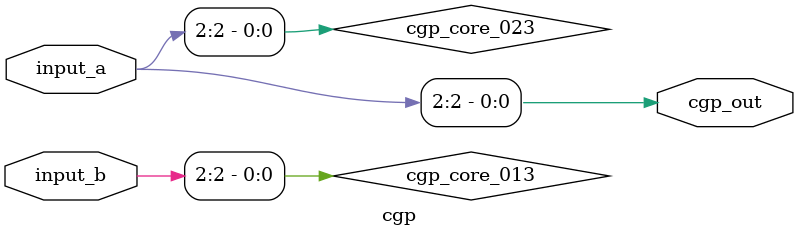
<source format=v>
module cgp(input [2:0] input_a, input [2:0] input_b, output [0:0] cgp_out);
  wire cgp_core_008;
  wire cgp_core_009;
  wire cgp_core_010;
  wire cgp_core_011;
  wire cgp_core_013;
  wire cgp_core_017;
  wire cgp_core_019;
  wire cgp_core_020;
  wire cgp_core_021;
  wire cgp_core_022;
  wire cgp_core_023;

  assign cgp_core_008 = ~input_b[1];
  assign cgp_core_009 = input_a[2] & cgp_core_008;
  assign cgp_core_010 = ~(input_b[2] ^ input_b[2]);
  assign cgp_core_011 = ~input_b[1];
  assign cgp_core_013 = input_b[2] & input_b[2];
  assign cgp_core_017 = input_a[0] & input_b[0];
  assign cgp_core_019 = ~(input_b[2] ^ input_b[0]);
  assign cgp_core_020 = ~cgp_core_019;
  assign cgp_core_021 = input_a[1] | input_b[1];
  assign cgp_core_022 = cgp_core_009 ^ cgp_core_020;
  assign cgp_core_023 = input_a[2] | input_a[2];

  assign cgp_out[0] = input_a[2];
endmodule
</source>
